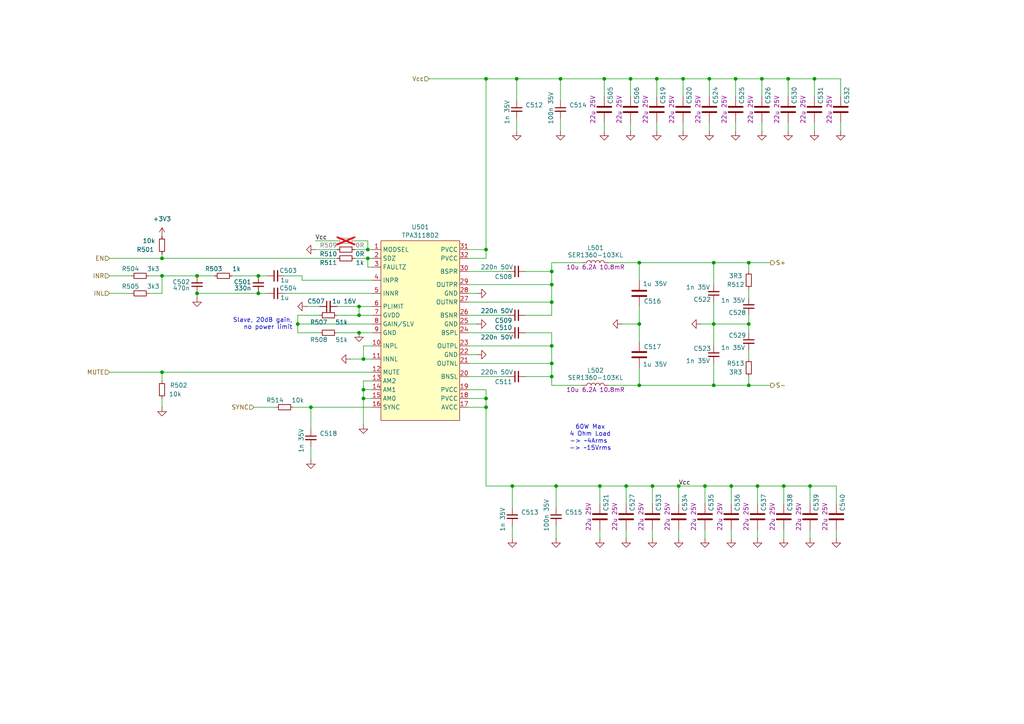
<source format=kicad_sch>
(kicad_sch (version 20231120) (generator "eeschema") (generator_version "8.0")
  (paper "A4")
  (lib_symbols
    (symbol "Device:C" (pin_numbers hide) (pin_names (offset 0.254))
      (property "Reference" "C" (at 0.635 2.54 0))
      (property "Value" "C" (at 0.635 -2.54 0))
      (symbol "C_0_1"
        (polyline (pts (xy -2.032 -0.762) (xy 2.032 -0.762)) (stroke (width 0.508)))
        (polyline (pts (xy -2.032 0.762) (xy 2.032 0.762)) (stroke (width 0.508)))
      )
      (symbol "C_1_1"
        (pin passive line (at 0 3.81 270) (length 2.794) (name "~") (number "1"))
        (pin passive line (at 0 -3.81 90) (length 2.794) (name "~") (number "2"))
      )
    )
    (symbol "Device:C_Small" (pin_numbers hide) (pin_names (offset 0.254) hide)
      (property "Reference" "C" (at 0.254 1.778 0))
      (property "Value" "C_Small" (at 0.254 -2.032 0))
      (symbol "C_Small_0_1"
        (polyline (pts (xy -1.524 -0.508) (xy 1.524 -0.508)) (stroke (width 0.3302)))
        (polyline (pts (xy -1.524 0.508) (xy 1.524 0.508)) (stroke (width 0.3048)))
      )
      (symbol "C_Small_1_1"
        (pin passive line (at 0 2.54 270) (length 2.032) (name "~") (number "1"))
        (pin passive line (at 0 -2.54 90) (length 2.032) (name "~") (number "2"))
      )
    )
    (symbol "Device:L" (pin_numbers hide) (pin_names (offset 1.016) hide)
      (property "Reference" "L" (at -1.27 0 90))
      (property "Value" "L" (at 1.905 0 90))
      (symbol "L_0_1"
        (arc (start 0 -2.54) (mid 0.6323 -1.905) (end 0 -1.27))
        (arc (start 0 -1.27) (mid 0.6323 -0.635) (end 0 0))
        (arc (start 0 0) (mid 0.6323 0.635) (end 0 1.27))
        (arc (start 0 1.27) (mid 0.6323 1.905) (end 0 2.54))
      )
      (symbol "L_1_1"
        (pin passive line (at 0 3.81 270) (length 1.27) (name "1") (number "1"))
        (pin passive line (at 0 -3.81 90) (length 1.27) (name "2") (number "2"))
      )
    )
    (symbol "Device:R_Small" (pin_numbers hide) (pin_names (offset 0.254) hide)
      (property "Reference" "R" (at 0.762 0.508 0))
      (property "Value" "R_Small" (at 0.762 -1.016 0))
      (symbol "R_Small_0_1"
        (rectangle (start -0.762 1.778) (end 0.762 -1.778) (stroke (width 0.2032)))
      )
      (symbol "R_Small_1_1"
        (pin passive line (at 0 2.54 270) (length 0.762) (name "~") (number "1"))
        (pin passive line (at 0 -2.54 90) (length 0.762) (name "~") (number "2"))
      )
    )
    (symbol "local:TPA3118D2"
      (property "Reference" "U801" (at 0 4.0175 0))
      (property "Value" "TPA3118D2" (at 0 1.5932 0))
      (symbol "TPA3118D2_1_1"
        (rectangle (start -11.43 0) (end 11.43 -52.07) (fill (type background)))
        (pin input line (at -13.97 -2.54 0) (length 2.54) (name "MODSEL") (number "1"))
        (pin input line (at -13.97 -30.48 0) (length 2.54) (name "INPL") (number "10"))
        (pin input line (at -13.97 -34.29 0) (length 2.54) (name "INNL") (number "11"))
        (pin input line (at -13.97 -38.1 0) (length 2.54) (name "MUTE") (number "12"))
        (pin input line (at -13.97 -40.64 0) (length 2.54) (name "AM2") (number "13"))
        (pin input line (at -13.97 -43.18 0) (length 2.54) (name "AM1") (number "14"))
        (pin input line (at -13.97 -45.72 0) (length 2.54) (name "AM0") (number "15"))
        (pin input line (at -13.97 -48.26 0) (length 2.54) (name "SYNC") (number "16"))
        (pin input line (at 13.97 -48.26 180) (length 2.54) (name "AVCC") (number "17"))
        (pin input line (at 13.97 -45.72 180) (length 2.54) (name "PVCC") (number "18"))
        (pin input line (at 13.97 -43.18 180) (length 2.54) (name "PVCC") (number "19"))
        (pin input line (at -13.97 -5.08 0) (length 2.54) (name "SDZ") (number "2"))
        (pin input line (at 13.97 -39.37 180) (length 2.54) (name "BNSL") (number "20"))
        (pin input line (at 13.97 -35.56 180) (length 2.54) (name "OUTNL") (number "21"))
        (pin input line (at 13.97 -33.02 180) (length 2.54) (name "GND") (number "22"))
        (pin input line (at 13.97 -30.48 180) (length 2.54) (name "OUTPL") (number "23"))
        (pin input line (at 13.97 -26.67 180) (length 2.54) (name "BSPL") (number "24"))
        (pin input line (at 13.97 -24.13 180) (length 2.54) (name "GND") (number "25"))
        (pin input line (at 13.97 -21.59 180) (length 2.54) (name "BSNR") (number "26"))
        (pin input line (at 13.97 -17.78 180) (length 2.54) (name "OUTNR") (number "27"))
        (pin input line (at 13.97 -15.24 180) (length 2.54) (name "GND") (number "28"))
        (pin input line (at 13.97 -12.7 180) (length 2.54) (name "OUTPR") (number "29"))
        (pin input line (at -13.97 -7.62 0) (length 2.54) (name "FAULTZ") (number "3"))
        (pin input line (at 13.97 -8.89 180) (length 2.54) (name "BSPR") (number "30"))
        (pin input line (at 13.97 -2.54 180) (length 2.54) (name "PVCC") (number "31"))
        (pin input line (at 13.97 -5.08 180) (length 2.54) (name "PVCC") (number "32"))
        (pin input line (at 13.97 -33.02 180) (length 2.54) hide (name "PAD") (number "33"))
        (pin input line (at -13.97 -11.43 0) (length 2.54) (name "INPR") (number "4"))
        (pin input line (at -13.97 -15.24 0) (length 2.54) (name "INNR") (number "5"))
        (pin input line (at -13.97 -19.05 0) (length 2.54) (name "PLIMIT") (number "6"))
        (pin input line (at -13.97 -21.59 0) (length 2.54) (name "GVDD") (number "7"))
        (pin input line (at -13.97 -24.13 0) (length 2.54) (name "GAIN/SLV") (number "8"))
        (pin input line (at -13.97 -26.67 0) (length 2.54) (name "GND") (number "9"))
      )
    )
    (symbol "power:+3V3" (power) (pin_numbers hide) (pin_names (offset 0) hide)
      (property "Value" "+3V3" (at 0 3.556 0))
      (symbol "+3V3_0_1"
        (polyline (pts (xy -0.762 1.27) (xy 0 2.54)))
        (polyline (pts (xy 0 0) (xy 0 2.54)))
        (polyline (pts (xy 0 2.54) (xy 0.762 1.27)))
      )
      (symbol "+3V3_1_1"
        (pin power_in line (at 0 0 90) (length 0) (name "~") (number "1"))
      )
    )
    (symbol "power:GND" (power) (pin_numbers hide) (pin_names (offset 0) hide)
      (property "Value" "GND" (at 0 -3.81 0))
      (symbol "GND_0_1"
        (polyline (pts (xy 0 0) (xy 0 -1.27) (xy 1.27 -1.27) (xy 0 -2.54) (xy -1.27 -1.27) (xy 0 -1.27)))
      )
      (symbol "GND_1_1"
        (pin power_in line (at 0 0 270) (length 0) (name "~") (number "1"))
      )
    )
  )
  (junction (at 86.36 93.98))
  (junction (at 160.02 100.33))
  (junction (at 160.02 78.74))
  (junction (at 74.93 80.01))
  (junction (at 185.42 76.2))
  (junction (at 220.98 22.86))
  (junction (at 185.42 111.76))
  (junction (at 148.59 140.97))
  (junction (at 234.95 140.97))
  (junction (at 57.15 80.01))
  (junction (at 190.5 22.86))
  (junction (at 57.15 85.09))
  (junction (at 207.01 111.76))
  (junction (at 140.97 115.57))
  (junction (at 162.56 22.86))
  (junction (at 217.17 111.76))
  (junction (at 105.41 113.03))
  (junction (at 46.99 74.93))
  (junction (at 189.23 140.97))
  (junction (at 207.01 76.2))
  (junction (at 106.68 72.39))
  (junction (at 105.41 104.14))
  (junction (at 213.36 22.86))
  (junction (at 160.02 109.22))
  (junction (at 104.14 96.52))
  (junction (at 181.61 140.97))
  (junction (at 182.88 22.86))
  (junction (at 46.99 107.95))
  (junction (at 219.71 140.97))
  (junction (at 205.74 22.86))
  (junction (at 74.93 85.09))
  (junction (at 160.02 87.63))
  (junction (at 228.6 22.86))
  (junction (at 196.85 140.97))
  (junction (at 160.02 82.55))
  (junction (at 140.97 22.86))
  (junction (at 217.17 76.2))
  (junction (at 90.17 118.11))
  (junction (at 46.99 80.01))
  (junction (at 104.14 88.9))
  (junction (at 105.41 115.57))
  (junction (at 140.97 72.39))
  (junction (at 140.97 118.11))
  (junction (at 236.22 22.86))
  (junction (at 104.14 91.44))
  (junction (at 175.26 22.86))
  (junction (at 204.47 140.97))
  (junction (at 149.86 22.86))
  (junction (at 161.29 140.97))
  (junction (at 198.12 22.86))
  (junction (at 173.99 140.97))
  (junction (at 207.01 93.98))
  (junction (at 217.17 93.98))
  (junction (at 212.09 140.97))
  (junction (at 185.42 93.98))
  (junction (at 227.33 140.97))
  (junction (at 106.68 74.93))
  (junction (at 160.02 105.41))
  (wire (pts (xy 46.99 107.95) (xy 46.99 110.49)))
  (wire (pts (xy 57.15 85.09) (xy 74.93 85.09)))
  (wire (pts (xy 74.93 80.01) (xy 77.47 80.01)))
  (wire (pts (xy 148.59 140.97) (xy 148.59 147.32)))
  (wire (pts (xy 107.95 88.9) (xy 104.14 88.9)))
  (wire (pts (xy 102.87 72.39) (xy 106.68 72.39)))
  (wire (pts (xy 207.01 111.76) (xy 207.01 105.41)))
  (wire (pts (xy 227.33 140.97) (xy 234.95 140.97)))
  (wire (pts (xy 219.71 153.67) (xy 219.71 156.21)))
  (wire (pts (xy 205.74 22.86) (xy 213.36 22.86)))
  (wire (pts (xy 43.18 80.01) (xy 46.99 80.01)))
  (wire (pts (xy 104.14 91.44) (xy 107.95 91.44)))
  (wire (pts (xy 46.99 73.66) (xy 46.99 74.93)))
  (wire (pts (xy 181.61 140.97) (xy 181.61 146.05)))
  (wire (pts (xy 160.02 100.33) (xy 160.02 105.41)))
  (wire (pts (xy 135.89 87.63) (xy 160.02 87.63)))
  (wire (pts (xy 243.84 35.56) (xy 243.84 38.1)))
  (wire (pts (xy 149.86 22.86) (xy 149.86 29.21)))
  (wire (pts (xy 31.75 85.09) (xy 38.1 85.09)))
  (wire (pts (xy 217.17 86.36) (xy 217.17 83.82)))
  (wire (pts (xy 181.61 153.67) (xy 181.61 156.21)))
  (wire (pts (xy 74.93 85.09) (xy 77.47 85.09)))
  (wire (pts (xy 124.46 22.86) (xy 140.97 22.86)))
  (wire (pts (xy 173.99 140.97) (xy 181.61 140.97)))
  (wire (pts (xy 185.42 111.76) (xy 207.01 111.76)))
  (wire (pts (xy 182.88 22.86) (xy 190.5 22.86)))
  (wire (pts (xy 219.71 140.97) (xy 227.33 140.97)))
  (wire (pts (xy 189.23 140.97) (xy 196.85 140.97)))
  (wire (pts (xy 175.26 22.86) (xy 175.26 27.94)))
  (wire (pts (xy 204.47 153.67) (xy 204.47 156.21)))
  (wire (pts (xy 160.02 100.33) (xy 160.02 96.52)))
  (wire (pts (xy 67.31 80.01) (xy 74.93 80.01)))
  (wire (pts (xy 97.79 91.44) (xy 104.14 91.44)))
  (wire (pts (xy 135.89 78.74) (xy 147.32 78.74)))
  (wire (pts (xy 46.99 85.09) (xy 46.99 80.01)))
  (wire (pts (xy 104.14 88.9) (xy 104.14 91.44)))
  (wire (pts (xy 135.89 74.93) (xy 140.97 74.93)))
  (wire (pts (xy 97.79 96.52) (xy 104.14 96.52)))
  (wire (pts (xy 161.29 140.97) (xy 161.29 147.32)))
  (wire (pts (xy 228.6 22.86) (xy 236.22 22.86)))
  (wire (pts (xy 207.01 93.98) (xy 207.01 100.33)))
  (wire (pts (xy 46.99 80.01) (xy 57.15 80.01)))
  (wire (pts (xy 234.95 140.97) (xy 234.95 146.05)))
  (wire (pts (xy 107.95 113.03) (xy 105.41 113.03)))
  (wire (pts (xy 106.68 72.39) (xy 107.95 72.39)))
  (wire (pts (xy 87.63 81.28) (xy 87.63 80.01)))
  (wire (pts (xy 90.17 118.11) (xy 90.17 124.46)))
  (wire (pts (xy 198.12 22.86) (xy 198.12 27.94)))
  (wire (pts (xy 242.57 153.67) (xy 242.57 156.21)))
  (wire (pts (xy 149.86 34.29) (xy 149.86 38.1)))
  (wire (pts (xy 220.98 22.86) (xy 220.98 27.94)))
  (wire (pts (xy 140.97 72.39) (xy 140.97 22.86)))
  (wire (pts (xy 140.97 115.57) (xy 140.97 118.11)))
  (wire (pts (xy 46.99 115.57) (xy 46.99 118.11)))
  (wire (pts (xy 228.6 35.56) (xy 228.6 38.1)))
  (wire (pts (xy 219.71 140.97) (xy 219.71 146.05)))
  (wire (pts (xy 105.41 104.14) (xy 107.95 104.14)))
  (wire (pts (xy 135.89 109.22) (xy 147.32 109.22)))
  (wire (pts (xy 161.29 152.4) (xy 161.29 156.21)))
  (wire (pts (xy 196.85 140.97) (xy 196.85 146.05)))
  (wire (pts (xy 105.41 115.57) (xy 107.95 115.57)))
  (wire (pts (xy 168.91 111.76) (xy 160.02 111.76)))
  (wire (pts (xy 160.02 76.2) (xy 160.02 78.74)))
  (wire (pts (xy 152.4 78.74) (xy 160.02 78.74)))
  (wire (pts (xy 189.23 153.67) (xy 189.23 156.21)))
  (wire (pts (xy 185.42 99.06) (xy 185.42 93.98)))
  (wire (pts (xy 227.33 153.67) (xy 227.33 156.21)))
  (wire (pts (xy 148.59 140.97) (xy 161.29 140.97)))
  (wire (pts (xy 90.17 129.54) (xy 90.17 133.35)))
  (wire (pts (xy 182.88 35.56) (xy 182.88 38.1)))
  (wire (pts (xy 43.18 85.09) (xy 46.99 85.09)))
  (wire (pts (xy 140.97 74.93) (xy 140.97 72.39)))
  (wire (pts (xy 185.42 76.2) (xy 185.42 81.28)))
  (wire (pts (xy 31.75 107.95) (xy 46.99 107.95)))
  (wire (pts (xy 220.98 35.56) (xy 220.98 38.1)))
  (wire (pts (xy 152.4 91.44) (xy 160.02 91.44)))
  (wire (pts (xy 185.42 88.9) (xy 185.42 93.98)))
  (wire (pts (xy 135.89 91.44) (xy 147.32 91.44)))
  (wire (pts (xy 106.68 69.85) (xy 106.68 72.39)))
  (wire (pts (xy 88.9 88.9) (xy 92.71 88.9)))
  (wire (pts (xy 217.17 109.22) (xy 217.17 111.76)))
  (wire (pts (xy 213.36 22.86) (xy 220.98 22.86)))
  (wire (pts (xy 236.22 22.86) (xy 243.84 22.86)))
  (wire (pts (xy 107.95 81.28) (xy 87.63 81.28)))
  (wire (pts (xy 236.22 22.86) (xy 236.22 27.94)))
  (wire (pts (xy 217.17 93.98) (xy 207.01 93.98)))
  (wire (pts (xy 182.88 22.86) (xy 182.88 27.94)))
  (wire (pts (xy 162.56 22.86) (xy 175.26 22.86)))
  (wire (pts (xy 176.53 76.2) (xy 185.42 76.2)))
  (wire (pts (xy 160.02 82.55) (xy 160.02 87.63)))
  (wire (pts (xy 242.57 140.97) (xy 242.57 146.05)))
  (wire (pts (xy 217.17 96.52) (xy 217.17 93.98)))
  (wire (pts (xy 207.01 76.2) (xy 217.17 76.2)))
  (wire (pts (xy 107.95 77.47) (xy 106.68 77.47)))
  (wire (pts (xy 87.63 80.01) (xy 82.55 80.01)))
  (wire (pts (xy 212.09 140.97) (xy 219.71 140.97)))
  (wire (pts (xy 86.36 93.98) (xy 86.36 91.44)))
  (wire (pts (xy 212.09 153.67) (xy 212.09 156.21)))
  (wire (pts (xy 185.42 111.76) (xy 185.42 106.68)))
  (wire (pts (xy 135.89 113.03) (xy 140.97 113.03)))
  (wire (pts (xy 173.99 140.97) (xy 173.99 146.05)))
  (wire (pts (xy 190.5 22.86) (xy 198.12 22.86)))
  (wire (pts (xy 198.12 22.86) (xy 205.74 22.86)))
  (wire (pts (xy 213.36 22.86) (xy 213.36 27.94)))
  (wire (pts (xy 31.75 80.01) (xy 38.1 80.01)))
  (wire (pts (xy 181.61 140.97) (xy 189.23 140.97)))
  (wire (pts (xy 175.26 35.56) (xy 175.26 38.1)))
  (wire (pts (xy 220.98 22.86) (xy 228.6 22.86)))
  (wire (pts (xy 135.89 105.41) (xy 160.02 105.41)))
  (wire (pts (xy 82.55 85.09) (xy 107.95 85.09)))
  (wire (pts (xy 107.95 110.49) (xy 105.41 110.49)))
  (wire (pts (xy 160.02 76.2) (xy 168.91 76.2)))
  (wire (pts (xy 190.5 35.56) (xy 190.5 38.1)))
  (wire (pts (xy 57.15 86.36) (xy 57.15 85.09)))
  (wire (pts (xy 173.99 153.67) (xy 173.99 156.21)))
  (wire (pts (xy 205.74 22.86) (xy 205.74 27.94)))
  (wire (pts (xy 160.02 87.63) (xy 160.02 91.44)))
  (wire (pts (xy 217.17 76.2) (xy 223.52 76.2)))
  (wire (pts (xy 135.89 93.98) (xy 138.43 93.98)))
  (wire (pts (xy 31.75 74.93) (xy 46.99 74.93)))
  (wire (pts (xy 73.66 118.11) (xy 80.01 118.11)))
  (wire (pts (xy 148.59 152.4) (xy 148.59 156.21)))
  (wire (pts (xy 204.47 140.97) (xy 212.09 140.97)))
  (wire (pts (xy 207.01 93.98) (xy 207.01 87.63)))
  (wire (pts (xy 162.56 22.86) (xy 162.56 29.21)))
  (wire (pts (xy 217.17 78.74) (xy 217.17 76.2)))
  (wire (pts (xy 91.44 69.85) (xy 97.79 69.85)))
  (wire (pts (xy 97.79 88.9) (xy 104.14 88.9)))
  (wire (pts (xy 135.89 85.09) (xy 138.43 85.09)))
  (wire (pts (xy 236.22 35.56) (xy 236.22 38.1)))
  (wire (pts (xy 234.95 140.97) (xy 242.57 140.97)))
  (wire (pts (xy 185.42 76.2) (xy 207.01 76.2)))
  (wire (pts (xy 228.6 22.86) (xy 228.6 27.94)))
  (wire (pts (xy 135.89 102.87) (xy 138.43 102.87)))
  (wire (pts (xy 135.89 100.33) (xy 160.02 100.33)))
  (wire (pts (xy 101.6 104.14) (xy 105.41 104.14)))
  (wire (pts (xy 160.02 105.41) (xy 160.02 109.22)))
  (wire (pts (xy 140.97 118.11) (xy 140.97 140.97)))
  (wire (pts (xy 205.74 35.56) (xy 205.74 38.1)))
  (wire (pts (xy 161.29 140.97) (xy 173.99 140.97)))
  (wire (pts (xy 90.17 118.11) (xy 107.95 118.11)))
  (wire (pts (xy 46.99 74.93) (xy 97.79 74.93)))
  (wire (pts (xy 203.2 93.98) (xy 207.01 93.98)))
  (wire (pts (xy 135.89 96.52) (xy 147.32 96.52)))
  (wire (pts (xy 198.12 35.56) (xy 198.12 38.1)))
  (wire (pts (xy 196.85 140.97) (xy 204.47 140.97)))
  (wire (pts (xy 227.33 140.97) (xy 227.33 146.05)))
  (wire (pts (xy 152.4 96.52) (xy 160.02 96.52)))
  (wire (pts (xy 140.97 22.86) (xy 149.86 22.86)))
  (wire (pts (xy 217.17 111.76) (xy 223.52 111.76)))
  (wire (pts (xy 204.47 140.97) (xy 204.47 146.05)))
  (wire (pts (xy 162.56 34.29) (xy 162.56 38.1)))
  (wire (pts (xy 207.01 111.76) (xy 217.17 111.76)))
  (wire (pts (xy 149.86 22.86) (xy 162.56 22.86)))
  (wire (pts (xy 106.68 74.93) (xy 107.95 74.93)))
  (wire (pts (xy 175.26 22.86) (xy 182.88 22.86)))
  (wire (pts (xy 106.68 77.47) (xy 106.68 74.93)))
  (wire (pts (xy 217.17 91.44) (xy 217.17 93.98)))
  (wire (pts (xy 160.02 111.76) (xy 160.02 109.22)))
  (wire (pts (xy 135.89 72.39) (xy 140.97 72.39)))
  (wire (pts (xy 105.41 123.19) (xy 105.41 115.57)))
  (wire (pts (xy 135.89 118.11) (xy 140.97 118.11)))
  (wire (pts (xy 105.41 100.33) (xy 105.41 104.14)))
  (wire (pts (xy 180.34 93.98) (xy 185.42 93.98)))
  (wire (pts (xy 212.09 140.97) (xy 212.09 146.05)))
  (wire (pts (xy 86.36 93.98) (xy 107.95 93.98)))
  (wire (pts (xy 105.41 110.49) (xy 105.41 113.03)))
  (wire (pts (xy 140.97 140.97) (xy 148.59 140.97)))
  (wire (pts (xy 57.15 80.01) (xy 62.23 80.01)))
  (wire (pts (xy 243.84 22.86) (xy 243.84 27.94)))
  (wire (pts (xy 86.36 91.44) (xy 92.71 91.44)))
  (wire (pts (xy 196.85 153.67) (xy 196.85 156.21)))
  (wire (pts (xy 46.99 107.95) (xy 107.95 107.95)))
  (wire (pts (xy 189.23 140.97) (xy 189.23 146.05)))
  (wire (pts (xy 92.71 96.52) (xy 86.36 96.52)))
  (wire (pts (xy 86.36 96.52) (xy 86.36 93.98)))
  (wire (pts (xy 102.87 69.85) (xy 106.68 69.85)))
  (wire (pts (xy 107.95 100.33) (xy 105.41 100.33)))
  (wire (pts (xy 135.89 115.57) (xy 140.97 115.57)))
  (wire (pts (xy 105.41 113.03) (xy 105.41 115.57)))
  (wire (pts (xy 190.5 22.86) (xy 190.5 27.94)))
  (wire (pts (xy 176.53 111.76) (xy 185.42 111.76)))
  (wire (pts (xy 91.44 72.39) (xy 97.79 72.39)))
  (wire (pts (xy 135.89 82.55) (xy 160.02 82.55)))
  (wire (pts (xy 102.87 74.93) (xy 106.68 74.93)))
  (wire (pts (xy 213.36 35.56) (xy 213.36 38.1)))
  (wire (pts (xy 152.4 109.22) (xy 160.02 109.22)))
  (wire (pts (xy 207.01 76.2) (xy 207.01 82.55)))
  (wire (pts (xy 234.95 153.67) (xy 234.95 156.21)))
  (wire (pts (xy 104.14 96.52) (xy 107.95 96.52)))
  (wire (pts (xy 217.17 101.6) (xy 217.17 104.14)))
  (wire (pts (xy 140.97 113.03) (xy 140.97 115.57)))
  (wire (pts (xy 85.09 118.11) (xy 90.17 118.11)))
  (wire (pts (xy 160.02 82.55) (xy 160.02 78.74)))
  (text "60W Max\n4 Ohm Load\n-> ~4Arms \n-> ~15Vrms" (at 171.196 127 0) (effects (font (size 1.27 1.27))))
  (text "Slave, 20dB gain,\nno power limit" (at 84.836 93.98 0) (effects (font (size 1.27 1.27)) (justify right)))
  (label "Vcc" (at 196.85 140.97 0))
  (label "Vcc" (at 91.44 69.85 0))
  (hierarchical_label "S+" (shape output) (at 223.52 76.2 0))
  (hierarchical_label "INR" (shape input) (at 31.75 80.01 180))
  (hierarchical_label "S-" (shape output) (at 223.52 111.76 0))
  (hierarchical_label "EN" (shape input) (at 31.75 74.93 180))
  (hierarchical_label "INL" (shape input) (at 31.75 85.09 180))
  (hierarchical_label "Vcc" (shape input) (at 124.46 22.86 180))
  (hierarchical_label "MUTE" (shape input) (at 31.75 107.95 180))
  (hierarchical_label "SYNC" (shape input) (at 73.66 118.11 180))
  (symbol (lib_id "Device:C") (at 228.6 31.75 0) (unit 1)
    (property "Reference" "C530" (at 230.378 30.226 90) (effects (justify left)))
    (property "Value" "CL21A226MAYNNNE" (effects (hide yes)))
    (property "Footprint" "Capacitor_SMD:C_0805_2012Metric" (effects (hide yes)))
    (property "Description" "22u 25V" (at 225.298 31.75 90))
  )
  (symbol (lib_id "Device:C") (at 219.71 149.86 0) (unit 1)
    (property "Reference" "C537" (at 221.488 148.336 90) (effects (justify left)))
    (property "Value" "CL21A226MAYNNNE" (effects (hide yes)))
    (property "Footprint" "Capacitor_SMD:C_0805_2012Metric" (effects (hide yes)))
    (property "Description" "22u 25V" (at 216.408 149.86 90))
  )
  (symbol (lib_id "Device:R_Small") (at 100.33 74.93 90) (mirror x) (unit 1)
    (property "Reference" "R511" (at 95.25 76.2 90))
    (property "Value" "1k" (at 104.394 76.2 90))
    (property "Footprint" "Resistor_SMD:R_0603_1608Metric" (effects (hide yes)))
  )
  (symbol (lib_id "Device:C") (at 198.12 31.75 0) (unit 1)
    (property "Reference" "C520" (at 199.898 30.226 90) (effects (justify left)))
    (property "Value" "CL21A226MAYNNNE" (effects (hide yes)))
    (property "Footprint" "Capacitor_SMD:C_0805_2012Metric" (effects (hide yes)))
    (property "Description" "22u 25V" (at 194.818 31.75 90))
  )
  (symbol (lib_id "power:GND") (at 196.85 156.21 0) (unit 1)
    (property "Reference" "#PWR0532" (effects (hide yes)))
    (property "Value" "GND" (effects (hide yes)))
  )
  (symbol (lib_id "Device:C") (at 190.5 31.75 0) (unit 1)
    (property "Reference" "C519" (at 192.278 30.226 90) (effects (justify left)))
    (property "Value" "CL21A226MAYNNNE" (effects (hide yes)))
    (property "Footprint" "Capacitor_SMD:C_0805_2012Metric" (effects (hide yes)))
    (property "Description" "22u 25V" (at 187.198 31.75 90))
  )
  (symbol (lib_id "power:+3V3") (at 46.99 68.58 0) (unit 1)
    (property "Reference" "#PWR0501" (effects (hide yes)))
    (property "Value" "+3V3" (at 46.99 63.5 0))
    (property "Description" "Power symbol creates a global label with name \"+3V3\"" (effects (hide yes)))
  )
  (symbol (lib_id "Device:R_Small") (at 217.17 106.68 180) (unit 1)
    (property "Reference" "R513" (at 213.36 105.41 0))
    (property "Value" "3R3" (at 213.36 107.95 0))
    (property "Footprint" "Resistor_SMD:R_0603_1608Metric" (effects (hide yes)))
  )
  (symbol (lib_id "Device:C_Small") (at 80.01 80.01 90) (unit 1)
    (property "Reference" "C503" (at 81.026 78.486 90) (effects (justify right)))
    (property "Value" "1u" (at 81.28 81.28 90) (effects (justify right)))
    (property "Footprint" "Capacitor_SMD:C_0603_1608Metric" (effects (hide yes)))
  )
  (symbol (lib_id "power:GND") (at 181.61 156.21 0) (unit 1)
    (property "Reference" "#PWR0523" (effects (hide yes)))
    (property "Value" "GND" (effects (hide yes)))
  )
  (symbol (lib_id "Device:R_Small") (at 82.55 118.11 90) (unit 1)
    (property "Reference" "R514" (at 79.756 116.078 90))
    (property "Value" "10k" (at 86.36 116.078 90))
    (property "Footprint" "Resistor_SMD:R_0603_1608Metric" (effects (hide yes)))
  )
  (symbol (lib_id "power:GND") (at 173.99 156.21 0) (unit 1)
    (property "Reference" "#PWR0519" (effects (hide yes)))
    (property "Value" "GND" (effects (hide yes)))
  )
  (symbol (lib_id "power:GND") (at 227.33 156.21 0) (unit 1)
    (property "Reference" "#PWR0536" (effects (hide yes)))
    (property "Value" "GND" (effects (hide yes)))
  )
  (symbol (lib_id "power:GND") (at 57.15 86.36 0) (unit 1)
    (property "Reference" "#PWR0503" (effects (hide yes)))
    (property "Value" "GND" (effects (hide yes)))
  )
  (symbol (lib_id "power:GND") (at 242.57 156.21 0) (unit 1)
    (property "Reference" "#PWR0538" (effects (hide yes)))
    (property "Value" "GND" (effects (hide yes)))
  )
  (symbol (lib_id "power:GND") (at 148.59 156.21 0) (unit 1)
    (property "Reference" "#PWR0513" (effects (hide yes)))
    (property "Value" "GND" (effects (hide yes)))
  )
  (symbol (lib_id "power:GND") (at 236.22 38.1 0) (unit 1)
    (property "Reference" "#PWR0529" (effects (hide yes)))
    (property "Value" "GND" (effects (hide yes)))
  )
  (symbol (lib_id "Device:C") (at 212.09 149.86 0) (unit 1)
    (property "Reference" "C536" (at 213.868 148.336 90) (effects (justify left)))
    (property "Value" "CL21A226MAYNNNE" (effects (hide yes)))
    (property "Footprint" "Capacitor_SMD:C_0805_2012Metric" (effects (hide yes)))
    (property "Description" "22u 25V" (at 208.788 149.86 90))
  )
  (symbol (lib_id "power:GND") (at 138.43 93.98 90) (unit 1)
    (property "Reference" "#PWR0510" (effects (hide yes)))
    (property "Value" "GND" (effects (hide yes)))
  )
  (symbol (lib_id "power:GND") (at 204.47 156.21 0) (unit 1)
    (property "Reference" "#PWR0533" (effects (hide yes)))
    (property "Value" "GND" (effects (hide yes)))
  )
  (symbol (lib_id "power:GND") (at 88.9 88.9 270) (unit 1)
    (property "Reference" "#PWR0505" (effects (hide yes)))
    (property "Value" "GND" (effects (hide yes)))
  )
  (symbol (lib_id "Device:C") (at 213.36 31.75 0) (unit 1)
    (property "Reference" "C525" (at 215.138 30.226 90) (effects (justify left)))
    (property "Value" "CL21A226MAYNNNE" (effects (hide yes)))
    (property "Footprint" "Capacitor_SMD:C_0805_2012Metric" (effects (hide yes)))
    (property "Description" "22u 25V" (at 210.058 31.75 90))
  )
  (symbol (lib_id "Device:C_Small") (at 207.01 85.09 180) (unit 1)
    (property "Reference" "C522" (at 206.248 86.868 0) (effects (justify left)))
    (property "Value" "1n 35V" (at 205.994 83.312 0) (effects (justify left)))
    (property "Footprint" "Capacitor_SMD:C_0603_1608Metric" (effects (hide yes)))
  )
  (symbol (lib_id "Device:L") (at 172.72 111.76 90) (unit 1)
    (property "Reference" "L502" (at 172.72 107.442 90))
    (property "Value" "SER1360-103KL" (at 172.72 109.5346 90))
    (property "Footprint" "libs:SER1360182KLD" (effects (hide yes)))
    (property "Datasheet" "https://www.coilcraft.com/getmedia/a934fffe-6d73-4285-b5c2-229b60983e96/ser1360.pdf" (effects (hide yes)))
    (property "Description" "10u 6.2A 10.8mR" (at 172.72 113.03 90))
  )
  (symbol (lib_id "power:GND") (at 138.43 85.09 90) (unit 1)
    (property "Reference" "#PWR0509" (effects (hide yes)))
    (property "Value" "GND" (effects (hide yes)))
  )
  (symbol (lib_id "power:GND") (at 205.74 38.1 0) (unit 1)
    (property "Reference" "#PWR0525" (effects (hide yes)))
    (property "Value" "GND" (effects (hide yes)))
  )
  (symbol (lib_id "Device:C") (at 234.95 149.86 0) (unit 1)
    (property "Reference" "C539" (at 236.728 148.336 90) (effects (justify left)))
    (property "Value" "CL21A226MAYNNNE" (effects (hide yes)))
    (property "Footprint" "Capacitor_SMD:C_0805_2012Metric" (effects (hide yes)))
    (property "Description" "22u 25V" (at 231.648 149.86 90))
  )
  (symbol (lib_id "Device:C_Small") (at 207.01 102.87 0) (mirror y) (unit 1)
    (property "Reference" "C523" (at 206.248 101.092 0) (effects (justify left)))
    (property "Value" "1n 35V" (at 205.994 104.648 0) (effects (justify left)))
    (property "Footprint" "Capacitor_SMD:C_0603_1608Metric" (effects (hide yes)))
  )
  (symbol (lib_id "power:GND") (at 180.34 93.98 270) (unit 1)
    (property "Reference" "#PWR0516" (effects (hide yes)))
    (property "Value" "GND" (effects (hide yes)))
  )
  (symbol (lib_id "Device:C") (at 236.22 31.75 0) (unit 1)
    (property "Reference" "C531" (at 237.998 30.226 90) (effects (justify left)))
    (property "Value" "CL21A226MAYNNNE" (effects (hide yes)))
    (property "Footprint" "Capacitor_SMD:C_0805_2012Metric" (effects (hide yes)))
    (property "Description" "22u 25V" (at 232.918 31.75 90))
  )
  (symbol (lib_id "Device:C_Small") (at 74.93 82.55 180) (unit 1)
    (property "Reference" "C501" (at 72.898 81.788 0) (effects (justify left)))
    (property "Value" "330n" (at 72.898 83.566 0) (effects (justify left)))
    (property "Footprint" "Capacitor_SMD:C_0603_1608Metric" (effects (hide yes)))
  )
  (symbol (lib_id "Device:C") (at 173.99 149.86 0) (unit 1)
    (property "Reference" "C521" (at 175.768 148.336 90) (effects (justify left)))
    (property "Value" "CL21A226MAYNNNE" (effects (hide yes)))
    (property "Footprint" "Capacitor_SMD:C_0805_2012Metric" (effects (hide yes)))
    (property "Description" "22u 25V" (at 170.688 149.86 90))
  )
  (symbol (lib_id "power:GND") (at 90.17 133.35 0) (unit 1)
    (property "Reference" "#PWR0517" (effects (hide yes)))
    (property "Value" "GND" (effects (hide yes)))
  )
  (symbol (lib_id "power:GND") (at 228.6 38.1 0) (unit 1)
    (property "Reference" "#PWR0528" (effects (hide yes)))
    (property "Value" "GND" (effects (hide yes)))
  )
  (symbol (lib_id "power:GND") (at 213.36 38.1 0) (unit 1)
    (property "Reference" "#PWR0526" (effects (hide yes)))
    (property "Value" "GND" (effects (hide yes)))
  )
  (symbol (lib_id "Device:C_Small") (at 162.56 31.75 0) (unit 1)
    (property "Reference" "C514" (at 165.1 30.48 0) (effects (justify left)))
    (property "Value" "100n 35V" (at 159.766 36.068 90) (effects (justify left)))
    (property "Footprint" "Capacitor_SMD:C_0603_1608Metric" (effects (hide yes)))
  )
  (symbol (lib_id "Device:C_Small") (at 217.17 99.06 0) (mirror y) (unit 1)
    (property "Reference" "C529" (at 216.408 97.282 0) (effects (justify left)))
    (property "Value" "1n 35V" (at 216.154 100.838 0) (effects (justify left)))
    (property "Footprint" "Capacitor_SMD:C_0603_1608Metric" (effects (hide yes)))
  )
  (symbol (lib_id "power:GND") (at 161.29 156.21 0) (unit 1)
    (property "Reference" "#PWR0515" (effects (hide yes)))
    (property "Value" "GND" (effects (hide yes)))
  )
  (symbol (lib_id "power:GND") (at 189.23 156.21 0) (unit 1)
    (property "Reference" "#PWR0531" (effects (hide yes)))
    (property "Value" "GND" (effects (hide yes)))
  )
  (symbol (lib_id "Device:C_Small") (at 57.15 82.55 180) (unit 1)
    (property "Reference" "C502" (at 55.118 81.788 0) (effects (justify left)))
    (property "Value" "470n" (at 55.118 83.566 0) (effects (justify left)))
    (property "Footprint" "Capacitor_SMD:C_0603_1608Metric" (effects (hide yes)))
  )
  (symbol (lib_id "Device:C_Small") (at 90.17 127 0) (unit 1)
    (property "Reference" "C518" (at 92.71 125.73 0) (effects (justify left)))
    (property "Value" "1n 35V" (at 87.376 131.318 90) (effects (justify left)))
    (property "Footprint" "Capacitor_SMD:C_0603_1608Metric" (effects (hide yes)))
  )
  (symbol (lib_id "Device:R_Small") (at 40.64 80.01 90) (unit 1)
    (property "Reference" "R504" (at 37.846 77.978 90))
    (property "Value" "3k3" (at 44.45 77.978 90))
    (property "Footprint" "Resistor_SMD:R_0603_1608Metric" (effects (hide yes)))
  )
  (symbol (lib_id "power:GND") (at 46.99 118.11 0) (mirror y) (unit 1)
    (property "Reference" "#PWR0502" (effects (hide yes)))
    (property "Value" "GND" (effects (hide yes)))
  )
  (symbol (lib_id "power:GND") (at 243.84 38.1 0) (unit 1)
    (property "Reference" "#PWR0530" (effects (hide yes)))
    (property "Value" "GND" (effects (hide yes)))
  )
  (symbol (lib_id "power:GND") (at 104.14 96.52 0) (unit 1)
    (property "Reference" "#PWR0507" (effects (hide yes)))
    (property "Value" "GND" (effects (hide yes)))
  )
  (symbol (lib_id "Device:R_Small") (at 95.25 91.44 90) (mirror x) (unit 1)
    (property "Reference" "R507" (at 92.456 93.472 90))
    (property "Value" "51k" (at 99.06 93.472 90))
    (property "Footprint" "Resistor_SMD:R_0603_1608Metric" (effects (hide yes)))
  )
  (symbol (lib_id "power:GND") (at 212.09 156.21 0) (unit 1)
    (property "Reference" "#PWR0534" (effects (hide yes)))
    (property "Value" "GND" (effects (hide yes)))
  )
  (symbol (lib_id "Device:C_Small") (at 149.86 91.44 90) (mirror x) (unit 1)
    (property "Reference" "C509" (at 148.59 92.964 90) (effects (justify left)))
    (property "Value" "220n 50V" (at 148.844 90.17 90) (effects (justify left)))
    (property "Footprint" "Capacitor_SMD:C_0603_1608Metric" (effects (hide yes)))
  )
  (symbol (lib_id "Device:C") (at 185.42 85.09 0) (unit 1)
    (property "Reference" "C516" (at 186.69 87.376 0) (effects (justify left)))
    (property "Value" "1u 35V" (at 186.436 82.296 0) (effects (justify left)))
    (property "Footprint" "Capacitor_SMD:C_1206_3216Metric" (effects (hide yes)))
  )
  (symbol (lib_id "Device:C") (at 189.23 149.86 0) (unit 1)
    (property "Reference" "C533" (at 191.008 148.336 90) (effects (justify left)))
    (property "Value" "CL21A226MAYNNNE" (effects (hide yes)))
    (property "Footprint" "Capacitor_SMD:C_0805_2012Metric" (effects (hide yes)))
    (property "Description" "22u 25V" (at 185.928 149.86 90))
  )
  (symbol (lib_id "Device:C") (at 185.42 102.87 0) (mirror x) (unit 1)
    (property "Reference" "C517" (at 186.69 100.584 0) (effects (justify left)))
    (property "Value" "1u 35V" (at 186.436 105.664 0) (effects (justify left)))
    (property "Footprint" "Capacitor_SMD:C_1206_3216Metric" (effects (hide yes)))
  )
  (symbol (lib_id "Device:C_Small") (at 149.86 31.75 0) (unit 1)
    (property "Reference" "C512" (at 152.4 30.48 0) (effects (justify left)))
    (property "Value" "1n 35V" (at 147.066 36.068 90) (effects (justify left)))
    (property "Footprint" "Capacitor_SMD:C_0603_1608Metric" (effects (hide yes)))
  )
  (symbol (lib_id "Device:R_Small") (at 217.17 81.28 0) (mirror y) (unit 1)
    (property "Reference" "R512" (at 213.36 82.55 0))
    (property "Value" "3R3" (at 213.36 80.01 0))
    (property "Footprint" "Resistor_SMD:R_0603_1608Metric" (effects (hide yes)))
  )
  (symbol (lib_id "Device:R_Small") (at 40.64 85.09 90) (unit 1)
    (property "Reference" "R505" (at 37.846 83.058 90))
    (property "Value" "3k3" (at 44.45 83.058 90))
    (property "Footprint" "Resistor_SMD:R_0603_1608Metric" (effects (hide yes)))
  )
  (symbol (lib_id "Device:R_Small") (at 100.33 69.85 90) (mirror x) (unit 1) (in_bom no) (dnp yes)
    (property "Reference" "R509" (at 95.25 71.12 90))
    (property "Value" "0R" (at 104.394 71.12 90))
    (property "Footprint" "Resistor_SMD:R_0603_1608Metric" (effects (hide yes)))
  )
  (symbol (lib_id "Device:C") (at 182.88 31.75 0) (unit 1)
    (property "Reference" "C506" (at 184.658 30.226 90) (effects (justify left)))
    (property "Value" "CL21A226MAYNNNE" (effects (hide yes)))
    (property "Footprint" "Capacitor_SMD:C_0805_2012Metric" (effects (hide yes)))
    (property "Description" "22u 25V" (at 179.578 31.75 90))
  )
  (symbol (lib_id "power:GND") (at 219.71 156.21 0) (unit 1)
    (property "Reference" "#PWR0535" (effects (hide yes)))
    (property "Value" "GND" (effects (hide yes)))
  )
  (symbol (lib_id "Device:C_Small") (at 149.86 96.52 90) (unit 1)
    (property "Reference" "C510" (at 148.59 94.996 90) (effects (justify left)))
    (property "Value" "220n 50V" (at 148.844 97.79 90) (effects (justify left)))
    (property "Footprint" "Capacitor_SMD:C_0603_1608Metric" (effects (hide yes)))
  )
  (symbol (lib_id "local:TPA3118D2") (at 121.92 69.85 0) (unit 1)
    (property "Reference" "U501" (at 121.92 65.8325 0))
    (property "Value" "TPA3118D2" (at 121.92 68.2568 0))
    (property "Footprint" "Package_SO:HTSSOP-32-1EP_6.1x11mm_P0.65mm_EP5.2x11mm_Mask4.11x4.36mm_ThermalVias" (effects (hide yes)))
    (property "Datasheet" "https://www.ti.com/lit/ds/symlink/tpa3118d2.pdf?ts=1725953026354&ref_url=https%253A%252F%252Fwww.ti.com.cn%252Fproduct%252Fcn%252FTPA3118D2" (effects (hide yes)))
  )
  (symbol (lib_id "Device:C_Small") (at 148.59 149.86 0) (unit 1)
    (property "Reference" "C513" (at 151.13 148.59 0) (effects (justify left)))
    (property "Value" "1n 35V" (at 145.796 154.178 90) (effects (justify left)))
    (property "Footprint" "Capacitor_SMD:C_0603_1608Metric" (effects (hide yes)))
  )
  (symbol (lib_id "Device:C_Small") (at 95.25 88.9 90) (unit 1)
    (property "Reference" "C507" (at 94.234 87.376 90) (effects (justify left)))
    (property "Value" "1u 16V" (at 96.266 87.376 90) (effects (justify right)))
    (property "Footprint" "Capacitor_SMD:C_0603_1608Metric" (effects (hide yes)))
  )
  (symbol (lib_id "power:GND") (at 203.2 93.98 270) (unit 1)
    (property "Reference" "#PWR0520" (effects (hide yes)))
    (property "Value" "GND" (effects (hide yes)))
  )
  (symbol (lib_id "power:GND") (at 105.41 123.19 0) (mirror y) (unit 1)
    (property "Reference" "#PWR0508" (effects (hide yes)))
    (property "Value" "GND" (effects (hide yes)))
  )
  (symbol (lib_id "Device:C_Small") (at 80.01 85.09 90) (unit 1)
    (property "Reference" "C504" (at 81.026 83.566 90) (effects (justify right)))
    (property "Value" "1u" (at 81.28 86.36 90) (effects (justify right)))
    (property "Footprint" "Capacitor_SMD:C_0603_1608Metric" (effects (hide yes)))
  )
  (symbol (lib_id "Device:R_Small") (at 100.33 72.39 90) (mirror x) (unit 1)
    (property "Reference" "R510" (at 95.25 73.66 90))
    (property "Value" "0R" (at 104.394 73.66 90))
    (property "Footprint" "Resistor_SMD:R_0603_1608Metric" (effects (hide yes)))
  )
  (symbol (lib_id "power:GND") (at 182.88 38.1 0) (unit 1)
    (property "Reference" "#PWR0521" (effects (hide yes)))
    (property "Value" "GND" (effects (hide yes)))
  )
  (symbol (lib_id "Device:C") (at 243.84 31.75 0) (unit 1)
    (property "Reference" "C532" (at 245.618 30.226 90) (effects (justify left)))
    (property "Value" "CL21A226MAYNNNE" (effects (hide yes)))
    (property "Footprint" "Capacitor_SMD:C_0805_2012Metric" (effects (hide yes)))
    (property "Description" "22u 25V" (at 240.538 31.75 90))
  )
  (symbol (lib_id "Device:C_Small") (at 149.86 109.22 90) (mirror x) (unit 1)
    (property "Reference" "C511" (at 148.59 110.744 90) (effects (justify left)))
    (property "Value" "220n 50V" (at 148.844 107.95 90) (effects (justify left)))
    (property "Footprint" "Capacitor_SMD:C_0603_1608Metric" (effects (hide yes)))
  )
  (symbol (lib_id "power:GND") (at 198.12 38.1 0) (unit 1)
    (property "Reference" "#PWR0524" (effects (hide yes)))
    (property "Value" "GND" (effects (hide yes)))
  )
  (symbol (lib_id "Device:C_Small") (at 161.29 149.86 0) (unit 1)
    (property "Reference" "C515" (at 163.83 148.59 0) (effects (justify left)))
    (property "Value" "100n 35V" (at 158.496 154.178 90) (effects (justify left)))
    (property "Footprint" "Capacitor_SMD:C_0603_1608Metric" (effects (hide yes)))
  )
  (symbol (lib_id "power:GND") (at 190.5 38.1 0) (unit 1)
    (property "Reference" "#PWR0522" (effects (hide yes)))
    (property "Value" "GND" (effects (hide yes)))
  )
  (symbol (lib_id "Device:R_Small") (at 46.99 71.12 0) (mirror y) (unit 1)
    (property "Reference" "R501" (at 42.164 72.39 0))
    (property "Value" "10k" (at 43.18 69.85 0))
    (property "Footprint" "Resistor_SMD:R_0603_1608Metric" (effects (hide yes)))
  )
  (symbol (lib_id "Device:C_Small") (at 217.17 88.9 180) (unit 1)
    (property "Reference" "C528" (at 216.408 90.678 0) (effects (justify left)))
    (property "Value" "1n 35V" (at 216.154 87.122 0) (effects (justify left)))
    (property "Footprint" "Capacitor_SMD:C_0603_1608Metric" (effects (hide yes)))
  )
  (symbol (lib_id "Device:L") (at 172.72 76.2 90) (unit 1)
    (property "Reference" "L501" (at 172.72 71.882 90))
    (property "Value" "SER1360-103KL" (at 172.72 73.9746 90))
    (property "Footprint" "libs:SER1360182KLD" (effects (hide yes)))
    (property "Datasheet" "https://www.coilcraft.com/getmedia/a934fffe-6d73-4285-b5c2-229b60983e96/ser1360.pdf" (effects (hide yes)))
    (property "Description" "10u 6.2A 10.8mR" (at 172.72 77.47 90))
  )
  (symbol (lib_id "Device:C") (at 220.98 31.75 0) (unit 1)
    (property "Reference" "C526" (at 222.758 30.226 90) (effects (justify left)))
    (property "Value" "CL21A226MAYNNNE" (effects (hide yes)))
    (property "Footprint" "Capacitor_SMD:C_0805_2012Metric" (effects (hide yes)))
    (property "Description" "22u 25V" (at 217.678 31.75 90))
  )
  (symbol (lib_id "Device:C") (at 204.47 149.86 0) (unit 1)
    (property "Reference" "C535" (at 206.248 148.336 90) (effects (justify left)))
    (property "Value" "CL21A226MAYNNNE" (effects (hide yes)))
    (property "Footprint" "Capacitor_SMD:C_0805_2012Metric" (effects (hide yes)))
    (property "Description" "22u 25V" (at 201.168 149.86 90))
  )
  (symbol (lib_id "Device:R_Small") (at 95.25 96.52 90) (mirror x) (unit 1)
    (property "Reference" "R508" (at 92.456 98.552 90))
    (property "Value" "51k" (at 99.06 98.552 90))
    (property "Footprint" "Resistor_SMD:R_0603_1608Metric" (effects (hide yes)))
  )
  (symbol (lib_id "power:GND") (at 162.56 38.1 0) (unit 1)
    (property "Reference" "#PWR0514" (effects (hide yes)))
    (property "Value" "GND" (effects (hide yes)))
  )
  (symbol (lib_id "power:GND") (at 138.43 102.87 90) (unit 1)
    (property "Reference" "#PWR0511" (effects (hide yes)))
    (property "Value" "GND" (effects (hide yes)))
  )
  (symbol (lib_id "Device:C") (at 196.85 149.86 0) (unit 1)
    (property "Reference" "C534" (at 198.628 148.336 90) (effects (justify left)))
    (property "Value" "CL21A226MAYNNNE" (effects (hide yes)))
    (property "Footprint" "Capacitor_SMD:C_0805_2012Metric" (effects (hide yes)))
    (property "Description" "22u 25V" (at 193.548 149.86 90))
  )
  (symbol (lib_id "power:GND") (at 149.86 38.1 0) (unit 1)
    (property "Reference" "#PWR0512" (effects (hide yes)))
    (property "Value" "GND" (effects (hide yes)))
  )
  (symbol (lib_id "power:GND") (at 220.98 38.1 0) (unit 1)
    (property "Reference" "#PWR0527" (effects (hide yes)))
    (property "Value" "GND" (effects (hide yes)))
  )
  (symbol (lib_id "power:GND") (at 101.6 104.14 270) (unit 1)
    (property "Reference" "#PWR0504" (effects (hide yes)))
    (property "Value" "GND" (effects (hide yes)))
  )
  (symbol (lib_id "Device:R_Small") (at 64.77 80.01 90) (unit 1)
    (property "Reference" "R503" (at 61.976 77.978 90))
    (property "Value" "1k" (at 68.58 77.978 90))
    (property "Footprint" "Resistor_SMD:R_0603_1608Metric" (effects (hide yes)))
  )
  (symbol (lib_id "Device:C") (at 242.57 149.86 0) (unit 1)
    (property "Reference" "C540" (at 244.348 148.336 90) (effects (justify left)))
    (property "Value" "CL21A226MAYNNNE" (effects (hide yes)))
    (property "Footprint" "Capacitor_SMD:C_0805_2012Metric" (effects (hide yes)))
    (property "Description" "22u 25V" (at 239.268 149.86 90))
  )
  (symbol (lib_id "Device:R_Small") (at 46.99 113.03 0) (mirror x) (unit 1)
    (property "Reference" "R502" (at 51.816 111.76 0))
    (property "Value" "10k" (at 50.8 114.3 0))
    (property "Footprint" "Resistor_SMD:R_0603_1608Metric" (effects (hide yes)))
  )
  (symbol (lib_id "power:GND") (at 91.44 72.39 270) (unit 1)
    (property "Reference" "#PWR0506" (effects (hide yes)))
    (property "Value" "GND" (effects (hide yes)))
  )
  (symbol (lib_id "Device:C") (at 205.74 31.75 0) (unit 1)
    (property "Reference" "C524" (at 207.518 30.226 90) (effects (justify left)))
    (property "Value" "CL21A226MAYNNNE" (effects (hide yes)))
    (property "Footprint" "Capacitor_SMD:C_0805_2012Metric" (effects (hide yes)))
    (property "Description" "22u 25V" (at 202.438 31.75 90))
  )
  (symbol (lib_id "power:GND") (at 175.26 38.1 0) (unit 1)
    (property "Reference" "#PWR0518" (effects (hide yes)))
    (property "Value" "GND" (effects (hide yes)))
  )
  (symbol (lib_id "Device:C") (at 175.26 31.75 0) (unit 1)
    (property "Reference" "C505" (at 177.038 30.226 90) (effects (justify left)))
    (property "Value" "CL21A226MAYNNNE" (effects (hide yes)))
    (property "Footprint" "Capacitor_SMD:C_0805_2012Metric" (effects (hide yes)))
    (property "Description" "22u 25V" (at 171.958 31.75 90))
  )
  (symbol (lib_id "Device:C") (at 227.33 149.86 0) (unit 1)
    (property "Reference" "C538" (at 229.108 148.336 90) (effects (justify left)))
    (property "Value" "CL21A226MAYNNNE" (effects (hide yes)))
    (property "Footprint" "Capacitor_SMD:C_0805_2012Metric" (effects (hide yes)))
    (property "Description" "22u 25V" (at 224.028 149.86 90))
  )
  (symbol (lib_id "Device:C_Small") (at 149.86 78.74 90) (mirror x) (unit 1)
    (property "Reference" "C508" (at 148.59 80.264 90) (effects (justify left)))
    (property "Value" "220n 50V" (at 148.844 77.47 90) (effects (justify left)))
    (property "Footprint" "Capacitor_SMD:C_0603_1608Metric" (effects (hide yes)))
  )
  (symbol (lib_id "Device:C") (at 181.61 149.86 0) (unit 1)
    (property "Reference" "C527" (at 183.388 148.336 90) (effects (justify left)))
    (property "Value" "CL21A226MAYNNNE" (effects (hide yes)))
    (property "Footprint" "Capacitor_SMD:C_0805_2012Metric" (effects (hide yes)))
    (property "Description" "22u 25V" (at 178.308 149.86 90))
  )
  (symbol (lib_id "power:GND") (at 234.95 156.21 0) (unit 1)
    (property "Reference" "#PWR0537" (effects (hide yes)))
    (property "Value" "GND" (effects (hide yes)))
  )
)
</source>
